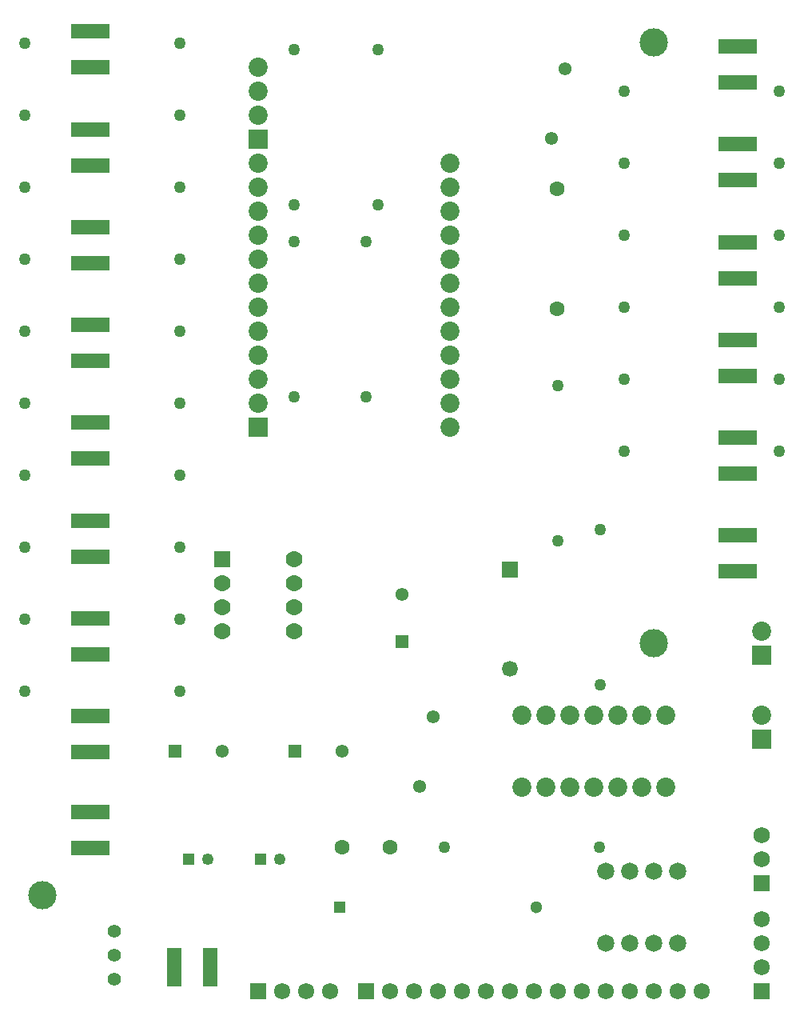
<source format=gbr>
G04 DipTrace 4.2.0.1*
G04 TopMask.gbr*
%MOIN*%
G04 #@! TF.FileFunction,Soldermask,Top*
G04 #@! TF.Part,Single*
%ADD48C,0.11811*%
%ADD63R,0.069934X0.069934*%
%ADD65C,0.069934*%
%ADD67C,0.071942*%
%ADD69C,0.079528*%
%ADD71C,0.055433*%
%ADD73C,0.049606*%
%ADD75R,0.062992X0.161417*%
%ADD77C,0.062992*%
%ADD79R,0.161417X0.062992*%
%ADD81C,0.079528*%
%ADD83R,0.079528X0.079528*%
%ADD85C,0.068337*%
%ADD87R,0.068337X0.068337*%
%ADD89C,0.067717*%
%ADD91R,0.067717X0.067717*%
%ADD93C,0.066535*%
%ADD95R,0.066535X0.066535*%
%ADD97C,0.051181*%
%ADD99R,0.051181X0.051181*%
%ADD101C,0.049213*%
%ADD103R,0.049213X0.049213*%
%ADD105R,0.054331X0.054331*%
%ADD107C,0.054331*%
%FSLAX26Y26*%
G04*
G70*
G90*
G75*
G01*
G04 TopMask*
%LPD*%
D107*
X2116142Y1398661D3*
X2171260Y1688740D3*
D105*
X2043701Y2001575D3*
D107*
Y2198425D3*
D105*
X1095276Y1543701D3*
D107*
X1292126D3*
D105*
X1595276D3*
D107*
X1792126D3*
X2721260Y4388740D3*
X2666142Y4098661D3*
D103*
X1454331Y1093701D3*
D101*
X1533071D3*
D99*
X1784252Y893701D3*
D97*
X2603150D3*
D103*
X1154331Y1093701D3*
D101*
X1233071D3*
D95*
X2493701Y2300000D3*
D93*
Y1887402D3*
D48*
X543701Y943701D3*
X3093701Y4498031D3*
Y1993701D3*
D91*
X1443701Y543701D3*
D89*
X1543701D3*
X1643701D3*
X1743701D3*
D91*
X1893701D3*
D89*
X1993701D3*
X2093701D3*
X2193701D3*
X2293701D3*
X2393701D3*
X2493701D3*
X2593701D3*
X2693701D3*
X2793701D3*
X2893701D3*
X2993701D3*
X3093701D3*
X3193701D3*
X3293701D3*
D91*
X3543701D3*
D89*
Y643701D3*
Y743701D3*
Y843701D3*
D87*
Y993701D3*
D85*
X3543699Y1093701D3*
X3543697Y1193701D3*
D83*
X3543701Y1593701D3*
D81*
Y1693701D3*
D83*
X3543702Y1943701D3*
D81*
X3543700Y2043701D3*
D79*
X743701Y4543701D3*
D77*
X2688181Y3888496D3*
D79*
X743701Y4393701D3*
D77*
X2688181Y3388496D3*
D79*
X743701Y4136220D3*
Y3986220D3*
Y3728740D3*
Y3578740D3*
Y3321260D3*
Y3171260D3*
Y2913780D3*
Y2763780D3*
Y2506299D3*
Y2356299D3*
Y2098819D3*
Y1948819D3*
Y1691339D3*
Y1541339D3*
Y1291732D3*
Y1141732D3*
D75*
X1093701Y643701D3*
X1243701D3*
D79*
X3443701Y2293701D3*
Y2443701D3*
Y2701181D3*
Y2851181D3*
Y3108661D3*
Y3258661D3*
Y3516142D3*
Y3666142D3*
Y3923622D3*
Y4073622D3*
Y4331102D3*
Y4481102D3*
D77*
X1993701Y1143701D3*
X1793701D3*
D73*
X2693701Y3066535D3*
Y2420866D3*
X1893701Y3020866D3*
Y3666535D3*
X1116535Y4493701D3*
X470866D3*
X1116535Y4193701D3*
X470866D3*
X1116535Y3893701D3*
X470866D3*
X1116535Y3593701D3*
X470866D3*
X1116535Y3293701D3*
X470866D3*
X1116535Y2993701D3*
X470866D3*
X1116535Y2693701D3*
X470866D3*
X1116535Y2393701D3*
X470866D3*
X1116535Y2093701D3*
X470866D3*
X1116535Y1793701D3*
X470866D3*
X2970866Y2793701D3*
X3616535D3*
X2970866Y3093701D3*
X3616535D3*
X2970866Y3393701D3*
X3616535D3*
X2970866Y3693701D3*
X3616535D3*
X2970866Y3993701D3*
X3616535D3*
X2970866Y4293701D3*
X3616535D3*
X1943701Y4466535D3*
Y3820866D3*
X1593701D3*
Y4466535D3*
X2868701Y1820866D3*
Y2466535D3*
X1593701Y3020866D3*
Y3666535D3*
D71*
X843701Y793701D3*
Y593701D3*
Y693701D3*
D73*
X2220866Y1143701D3*
X2866535D3*
D83*
X1443701Y2893701D3*
D81*
Y2993701D3*
Y3093701D3*
Y3193701D3*
Y3293701D3*
Y3393701D3*
Y3493701D3*
Y3593701D3*
Y3693701D3*
Y3793701D3*
Y3893701D3*
Y3993701D3*
D83*
Y4093701D3*
D81*
Y4193701D3*
Y4293701D3*
Y4393701D3*
D69*
X2243701Y3993701D3*
D81*
Y3893701D3*
Y3793701D3*
Y3693701D3*
Y3593701D3*
Y3493701D3*
Y3393701D3*
Y3293701D3*
Y3193701D3*
Y3093701D3*
Y2993701D3*
Y2893701D3*
D69*
X2543701Y1393701D3*
X2643701D3*
X2743701D3*
X2843701D3*
X2943701D3*
X3043701D3*
X3143701D3*
X2543701Y1693701D3*
X2643701D3*
X2743701D3*
X2843701D3*
X2943701D3*
X3043701D3*
X3143701D3*
D67*
X3093701Y743701D3*
X2993701D3*
X3193701Y1043701D3*
X3093701D3*
X3193701Y743701D3*
X2893701Y1043701D3*
Y743701D3*
X2993701Y1043701D3*
D65*
X1593701Y2143701D3*
Y2243701D3*
Y2343701D3*
Y2043701D3*
X1293701Y2143701D3*
Y2043701D3*
Y2243701D3*
D63*
Y2343701D3*
M02*

</source>
